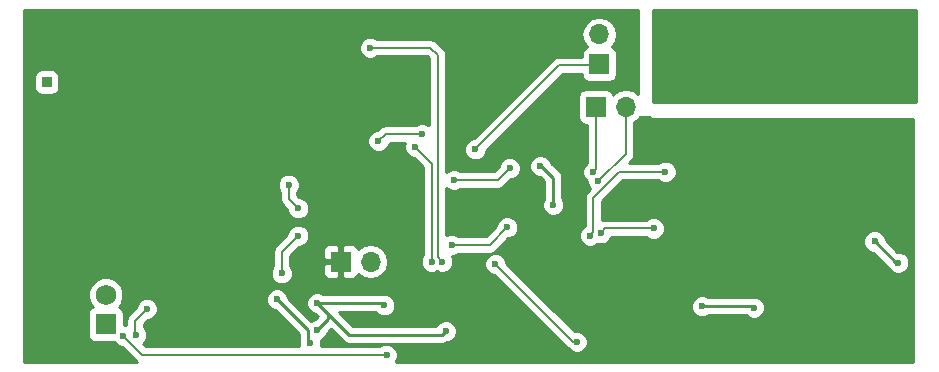
<source format=gbr>
G04 #@! TF.FileFunction,Copper,L2,Bot,Signal*
%FSLAX46Y46*%
G04 Gerber Fmt 4.6, Leading zero omitted, Abs format (unit mm)*
G04 Created by KiCad (PCBNEW 4.0.7) date 01/02/18 16:07:37*
%MOMM*%
%LPD*%
G01*
G04 APERTURE LIST*
%ADD10C,0.100000*%
%ADD11C,0.300000*%
%ADD12R,1.750000X1.750000*%
%ADD13C,1.750000*%
%ADD14R,1.700000X1.700000*%
%ADD15O,1.700000X1.700000*%
%ADD16R,0.850000X0.850000*%
%ADD17C,0.600000*%
%ADD18C,0.400000*%
%ADD19C,0.203200*%
%ADD20C,0.101600*%
%ADD21C,0.152400*%
%ADD22C,0.254000*%
G04 APERTURE END LIST*
D10*
D11*
X140142857Y-95778571D02*
X140142857Y-94278571D01*
X139428571Y-95778571D02*
X139428571Y-94278571D01*
X138928571Y-95350000D01*
X138428571Y-94278571D01*
X138428571Y-95778571D01*
X137714285Y-94278571D02*
X137714285Y-95492857D01*
X137642857Y-95635714D01*
X137571428Y-95707143D01*
X137428571Y-95778571D01*
X137142857Y-95778571D01*
X136999999Y-95707143D01*
X136928571Y-95635714D01*
X136857142Y-95492857D01*
X136857142Y-94278571D01*
D12*
X116300000Y-120200000D03*
D13*
X116300000Y-117700000D03*
D14*
X157800000Y-101800000D03*
D15*
X160340000Y-101800000D03*
D14*
X158100000Y-98200000D03*
D15*
X158100000Y-95660000D03*
D14*
X136200000Y-114900000D03*
D15*
X138740000Y-114900000D03*
D16*
X111300000Y-99700000D03*
D17*
X131200000Y-115900000D03*
X132600000Y-112700000D03*
X145600000Y-113500000D03*
X150300000Y-112000000D03*
D18*
X182500000Y-100000000D03*
X184000000Y-100000000D03*
X183250000Y-100000000D03*
X184250000Y-97250000D03*
X183250000Y-97250000D03*
X175500000Y-101250000D03*
X175500000Y-100250000D03*
X175500000Y-99250000D03*
X175500000Y-98250000D03*
X175500000Y-97500000D03*
X175500000Y-96750000D03*
X175500000Y-96000000D03*
X175500000Y-95250000D03*
X184000000Y-94000000D03*
X183000000Y-94000000D03*
X182000000Y-94000000D03*
X181000000Y-94000000D03*
X180000000Y-94000000D03*
X179000000Y-94000000D03*
X178000000Y-94000000D03*
X177000000Y-94000000D03*
X176000000Y-94000000D03*
X175000000Y-94000000D03*
X174000000Y-94000000D03*
X173000000Y-94000000D03*
X172000000Y-94000000D03*
X171000000Y-94000000D03*
X170000000Y-94000000D03*
X169000000Y-94000000D03*
X168000000Y-94000000D03*
X167000000Y-94000000D03*
X166000000Y-94000000D03*
X165000000Y-94000000D03*
X164000000Y-94000000D03*
D17*
X183400000Y-115000000D03*
X181400000Y-113200000D03*
X166800000Y-118700000D03*
X171200000Y-118800000D03*
X139900000Y-118600000D03*
X145100000Y-120800000D03*
X134200000Y-120700000D03*
X134200000Y-118400000D03*
X153100000Y-106800000D03*
X154200000Y-110100000D03*
X140100000Y-122800000D03*
X117800000Y-121200000D03*
X133600000Y-121800000D03*
X130800000Y-118100000D03*
D18*
X110500000Y-108400000D03*
X144500000Y-96100000D03*
D17*
X118700000Y-107800000D03*
X133500000Y-102600000D03*
X134100000Y-114500000D03*
X158700000Y-115200000D03*
X161100000Y-115800000D03*
X153200000Y-109700000D03*
X155600000Y-113300000D03*
X138400000Y-103100000D03*
X141600000Y-100900000D03*
X166400000Y-113300000D03*
X179800000Y-114100000D03*
X143100000Y-104100000D03*
X139400000Y-104700000D03*
X131800000Y-108400000D03*
X132600000Y-110400000D03*
X156200000Y-121700000D03*
X149300000Y-115100000D03*
X138700000Y-96800000D03*
X144800000Y-114900000D03*
X143900000Y-114900000D03*
X142500000Y-105200000D03*
X162700000Y-112100000D03*
X158200000Y-112500000D03*
X158000000Y-108100000D03*
X157600000Y-107300000D03*
X163700000Y-107300000D03*
X157300000Y-112700000D03*
X145800000Y-108000000D03*
X150500000Y-107000000D03*
X119800000Y-118900000D03*
X118900000Y-121100000D03*
X147600000Y-105400000D03*
D19*
X131200000Y-114100000D02*
X131200000Y-115900000D01*
X132600000Y-112700000D02*
X131200000Y-114100000D01*
X148800000Y-113500000D02*
X145600000Y-113500000D01*
X150300000Y-112000000D02*
X148800000Y-113500000D01*
D20*
X183250000Y-100000000D02*
X184000000Y-100000000D01*
X183250000Y-97250000D02*
X184250000Y-97250000D01*
X175500000Y-100250000D02*
X175500000Y-101250000D01*
X175500000Y-98250000D02*
X175500000Y-99250000D01*
X175500000Y-96750000D02*
X175500000Y-97500000D01*
X175500000Y-95250000D02*
X175500000Y-96000000D01*
X182000000Y-94000000D02*
X183000000Y-94000000D01*
X180000000Y-94000000D02*
X181000000Y-94000000D01*
X178000000Y-94000000D02*
X179000000Y-94000000D01*
X176000000Y-94000000D02*
X177000000Y-94000000D01*
X174000000Y-94000000D02*
X175000000Y-94000000D01*
X172000000Y-94000000D02*
X173000000Y-94000000D01*
X170000000Y-94000000D02*
X171000000Y-94000000D01*
X168000000Y-94000000D02*
X169000000Y-94000000D01*
X166000000Y-94000000D02*
X167000000Y-94000000D01*
X164000000Y-94000000D02*
X165000000Y-94000000D01*
D21*
X183200000Y-115000000D02*
X183400000Y-115000000D01*
D22*
X181400000Y-113200000D02*
X183200000Y-115000000D01*
X171100000Y-118700000D02*
X166800000Y-118700000D01*
X171200000Y-118800000D02*
X171100000Y-118700000D01*
X139700000Y-118400000D02*
X134200000Y-118400000D01*
X139900000Y-118600000D02*
X139700000Y-118400000D01*
X145100000Y-120800000D02*
X144800000Y-121100000D01*
X144800000Y-121100000D02*
X136900000Y-121100000D01*
X136900000Y-121100000D02*
X134200000Y-118400000D01*
D19*
X135100000Y-119300000D02*
X134200000Y-118400000D01*
D22*
X135100000Y-119800000D02*
X135100000Y-119300000D01*
X134200000Y-120700000D02*
X135100000Y-119800000D01*
D19*
X153200000Y-106800000D02*
X153100000Y-106800000D01*
D22*
X154200000Y-107800000D02*
X153200000Y-106800000D01*
X154200000Y-110100000D02*
X154200000Y-107800000D01*
D19*
X119400000Y-122800000D02*
X140100000Y-122800000D01*
X117800000Y-121200000D02*
X119400000Y-122800000D01*
X133400000Y-121600000D02*
X133600000Y-121800000D01*
D22*
X133400000Y-120700000D02*
X133400000Y-121600000D01*
X130800000Y-118100000D02*
X133400000Y-120700000D01*
X133500000Y-102600000D02*
X123800000Y-102600000D01*
X118700000Y-107700000D02*
X118700000Y-107800000D01*
X123800000Y-102600000D02*
X118700000Y-107700000D01*
X133500000Y-113900000D02*
X133500000Y-102600000D01*
X134100000Y-114500000D02*
X133500000Y-113900000D01*
D19*
X160500000Y-115200000D02*
X158700000Y-115200000D01*
X161100000Y-115800000D02*
X160500000Y-115200000D01*
X153200000Y-109700000D02*
X153200000Y-109700000D01*
D22*
X153200000Y-110900000D02*
X153200000Y-109700000D01*
X155600000Y-113300000D02*
X153200000Y-110900000D01*
D19*
X141600000Y-100900000D02*
X139400000Y-103100000D01*
X139400000Y-103100000D02*
X138400000Y-103100000D01*
X179000000Y-113300000D02*
X166400000Y-113300000D01*
X179800000Y-114100000D02*
X179000000Y-113300000D01*
X140000000Y-104100000D02*
X143100000Y-104100000D01*
X139400000Y-104700000D02*
X140000000Y-104100000D01*
X131800000Y-109600000D02*
X131800000Y-108400000D01*
X132600000Y-110400000D02*
X131800000Y-109600000D01*
X155900000Y-121700000D02*
X156200000Y-121700000D01*
X149300000Y-115100000D02*
X155900000Y-121700000D01*
X143800000Y-96800000D02*
X138700000Y-96800000D01*
X144400000Y-97400000D02*
X143800000Y-96800000D01*
X144400000Y-114500000D02*
X144400000Y-97400000D01*
X144800000Y-114900000D02*
X144400000Y-114500000D01*
X143900000Y-106600000D02*
X143900000Y-114900000D01*
X142500000Y-105200000D02*
X143900000Y-106600000D01*
X158600000Y-112100000D02*
X162700000Y-112100000D01*
D21*
X158200000Y-112500000D02*
X158600000Y-112100000D01*
D19*
X160340000Y-105760000D02*
X160340000Y-101800000D01*
X158000000Y-108100000D02*
X160340000Y-105760000D01*
X157800000Y-107100000D02*
X157800000Y-101800000D01*
X157600000Y-107300000D02*
X157800000Y-107100000D01*
X159800000Y-107300000D02*
X163700000Y-107300000D01*
X157600000Y-109500000D02*
X159800000Y-107300000D01*
X157600000Y-112400000D02*
X157600000Y-109500000D01*
D21*
X157300000Y-112700000D02*
X157600000Y-112400000D01*
D19*
X146224264Y-108000000D02*
X145800000Y-108000000D01*
X149500000Y-108000000D02*
X146224264Y-108000000D01*
X150500000Y-107000000D02*
X149500000Y-108000000D01*
X118800000Y-119900000D02*
X119800000Y-118900000D01*
X118800000Y-121000000D02*
X118800000Y-119900000D01*
X118900000Y-121100000D02*
X118800000Y-121000000D01*
X147600000Y-105400000D02*
X154700000Y-98300000D01*
X154700000Y-98300000D02*
X157900000Y-98300000D01*
D22*
G36*
X184873000Y-101373000D02*
X162627000Y-101373000D01*
X162627000Y-93627000D01*
X184873000Y-93627000D01*
X184873000Y-101373000D01*
X184873000Y-101373000D01*
G37*
X184873000Y-101373000D02*
X162627000Y-101373000D01*
X162627000Y-93627000D01*
X184873000Y-93627000D01*
X184873000Y-101373000D01*
G36*
X161373000Y-100709458D02*
X160908285Y-100398946D01*
X160340000Y-100285907D01*
X159771715Y-100398946D01*
X159289946Y-100720853D01*
X159262150Y-100762452D01*
X159253162Y-100714683D01*
X159114090Y-100498559D01*
X158901890Y-100353569D01*
X158650000Y-100302560D01*
X156950000Y-100302560D01*
X156714683Y-100346838D01*
X156498559Y-100485910D01*
X156353569Y-100698110D01*
X156302560Y-100950000D01*
X156302560Y-102650000D01*
X156346838Y-102885317D01*
X156485910Y-103101441D01*
X156698110Y-103246431D01*
X156950000Y-103297440D01*
X157063400Y-103297440D01*
X157063400Y-106514527D01*
X156807808Y-106769673D01*
X156665162Y-107113201D01*
X156664838Y-107485167D01*
X156806883Y-107828943D01*
X157065010Y-108087521D01*
X157064838Y-108285167D01*
X157206883Y-108628943D01*
X157318018Y-108740272D01*
X157079145Y-108979145D01*
X156919470Y-109218115D01*
X156863400Y-109500000D01*
X156863400Y-111868728D01*
X156771057Y-111906883D01*
X156507808Y-112169673D01*
X156365162Y-112513201D01*
X156364838Y-112885167D01*
X156506883Y-113228943D01*
X156769673Y-113492192D01*
X157113201Y-113634838D01*
X157485167Y-113635162D01*
X157828943Y-113493117D01*
X157924302Y-113397924D01*
X158013201Y-113434838D01*
X158385167Y-113435162D01*
X158506164Y-113385167D01*
X180464838Y-113385167D01*
X180606883Y-113728943D01*
X180869673Y-113992192D01*
X181213201Y-114134838D01*
X181257246Y-114134876D01*
X182575599Y-115453230D01*
X182606883Y-115528943D01*
X182869673Y-115792192D01*
X183213201Y-115934838D01*
X183585167Y-115935162D01*
X183928943Y-115793117D01*
X184192192Y-115530327D01*
X184334838Y-115186799D01*
X184335162Y-114814833D01*
X184193117Y-114471057D01*
X183930327Y-114207808D01*
X183586799Y-114065162D01*
X183342580Y-114064949D01*
X182335125Y-113057495D01*
X182335162Y-113014833D01*
X182193117Y-112671057D01*
X181930327Y-112407808D01*
X181586799Y-112265162D01*
X181214833Y-112264838D01*
X180871057Y-112406883D01*
X180607808Y-112669673D01*
X180465162Y-113013201D01*
X180464838Y-113385167D01*
X158506164Y-113385167D01*
X158728943Y-113293117D01*
X158992192Y-113030327D01*
X159072635Y-112836600D01*
X162114178Y-112836600D01*
X162169673Y-112892192D01*
X162513201Y-113034838D01*
X162885167Y-113035162D01*
X163228943Y-112893117D01*
X163492192Y-112630327D01*
X163634838Y-112286799D01*
X163635162Y-111914833D01*
X163493117Y-111571057D01*
X163230327Y-111307808D01*
X162886799Y-111165162D01*
X162514833Y-111164838D01*
X162171057Y-111306883D01*
X162114441Y-111363400D01*
X158600000Y-111363400D01*
X158336600Y-111415793D01*
X158336600Y-109805110D01*
X160105110Y-108036600D01*
X163114178Y-108036600D01*
X163169673Y-108092192D01*
X163513201Y-108234838D01*
X163885167Y-108235162D01*
X164228943Y-108093117D01*
X164492192Y-107830327D01*
X164634838Y-107486799D01*
X164635162Y-107114833D01*
X164493117Y-106771057D01*
X164230327Y-106507808D01*
X163886799Y-106365162D01*
X163514833Y-106364838D01*
X163171057Y-106506883D01*
X163114441Y-106563400D01*
X160578310Y-106563400D01*
X160860855Y-106280855D01*
X160873998Y-106261185D01*
X161020530Y-106041885D01*
X161076600Y-105760000D01*
X161076600Y-103088590D01*
X161390054Y-102879147D01*
X161558533Y-102627000D01*
X162373000Y-102627000D01*
X162373000Y-102700000D01*
X162383006Y-102749410D01*
X162411447Y-102791035D01*
X162453841Y-102818315D01*
X162500000Y-102827000D01*
X184673000Y-102827000D01*
X184673000Y-123373000D01*
X140849444Y-123373000D01*
X140892192Y-123330327D01*
X141034838Y-122986799D01*
X141035162Y-122614833D01*
X140893117Y-122271057D01*
X140630327Y-122007808D01*
X140286799Y-121865162D01*
X139914833Y-121864838D01*
X139571057Y-122006883D01*
X139514441Y-122063400D01*
X134503030Y-122063400D01*
X134534838Y-121986799D01*
X134535162Y-121614833D01*
X134520463Y-121579259D01*
X134728943Y-121493117D01*
X134992192Y-121230327D01*
X135134838Y-120886799D01*
X135134876Y-120842754D01*
X135350000Y-120627631D01*
X136361185Y-121638816D01*
X136498142Y-121730327D01*
X136608395Y-121803996D01*
X136900000Y-121862000D01*
X144800000Y-121862000D01*
X145091605Y-121803996D01*
X145194740Y-121735083D01*
X145285167Y-121735162D01*
X145628943Y-121593117D01*
X145892192Y-121330327D01*
X146034838Y-120986799D01*
X146035162Y-120614833D01*
X145893117Y-120271057D01*
X145630327Y-120007808D01*
X145286799Y-119865162D01*
X144914833Y-119864838D01*
X144571057Y-120006883D01*
X144307808Y-120269673D01*
X144279436Y-120338000D01*
X137215631Y-120338000D01*
X136039630Y-119162000D01*
X139139882Y-119162000D01*
X139369673Y-119392192D01*
X139713201Y-119534838D01*
X140085167Y-119535162D01*
X140428943Y-119393117D01*
X140692192Y-119130327D01*
X140834838Y-118786799D01*
X140835162Y-118414833D01*
X140693117Y-118071057D01*
X140430327Y-117807808D01*
X140086799Y-117665162D01*
X139835452Y-117664943D01*
X139700000Y-117638000D01*
X134760466Y-117638000D01*
X134730327Y-117607808D01*
X134386799Y-117465162D01*
X134014833Y-117464838D01*
X133671057Y-117606883D01*
X133407808Y-117869673D01*
X133265162Y-118213201D01*
X133264838Y-118585167D01*
X133406883Y-118928943D01*
X133669673Y-119192192D01*
X134013201Y-119334838D01*
X134057246Y-119334876D01*
X134272370Y-119550000D01*
X134057494Y-119764875D01*
X134014833Y-119764838D01*
X133680579Y-119902948D01*
X131735125Y-117957495D01*
X131735162Y-117914833D01*
X131593117Y-117571057D01*
X131330327Y-117307808D01*
X130986799Y-117165162D01*
X130614833Y-117164838D01*
X130271057Y-117306883D01*
X130007808Y-117569673D01*
X129865162Y-117913201D01*
X129864838Y-118285167D01*
X130006883Y-118628943D01*
X130269673Y-118892192D01*
X130613201Y-119034838D01*
X130657246Y-119034876D01*
X132638000Y-121015631D01*
X132638000Y-121600000D01*
X132665055Y-121736014D01*
X132664838Y-121985167D01*
X132697163Y-122063400D01*
X119705110Y-122063400D01*
X119481931Y-121840221D01*
X119692192Y-121630327D01*
X119834838Y-121286799D01*
X119835162Y-120914833D01*
X119693117Y-120571057D01*
X119536600Y-120414267D01*
X119536600Y-120205110D01*
X119906616Y-119835094D01*
X119985167Y-119835162D01*
X120328943Y-119693117D01*
X120592192Y-119430327D01*
X120734838Y-119086799D01*
X120735162Y-118714833D01*
X120593117Y-118371057D01*
X120330327Y-118107808D01*
X119986799Y-117965162D01*
X119614833Y-117964838D01*
X119271057Y-118106883D01*
X119007808Y-118369673D01*
X118865162Y-118713201D01*
X118865092Y-118793198D01*
X118279145Y-119379145D01*
X118119470Y-119618115D01*
X118063400Y-119900000D01*
X118063400Y-120296970D01*
X117986799Y-120265162D01*
X117822440Y-120265019D01*
X117822440Y-119325000D01*
X117778162Y-119089683D01*
X117639090Y-118873559D01*
X117426890Y-118728569D01*
X117410324Y-118725214D01*
X117579370Y-118556463D01*
X117809738Y-118001675D01*
X117810262Y-117400960D01*
X117580862Y-116845771D01*
X117156463Y-116420630D01*
X116601675Y-116190262D01*
X116000960Y-116189738D01*
X115445771Y-116419138D01*
X115020630Y-116843537D01*
X114790262Y-117398325D01*
X114789738Y-117999040D01*
X115019138Y-118554229D01*
X115187717Y-118723103D01*
X114973559Y-118860910D01*
X114828569Y-119073110D01*
X114777560Y-119325000D01*
X114777560Y-121075000D01*
X114821838Y-121310317D01*
X114960910Y-121526441D01*
X115173110Y-121671431D01*
X115425000Y-121722440D01*
X117004196Y-121722440D01*
X117006883Y-121728943D01*
X117269673Y-121992192D01*
X117613201Y-122134838D01*
X117693198Y-122134908D01*
X118879145Y-123320855D01*
X118957185Y-123373000D01*
X109377000Y-123373000D01*
X109377000Y-116085167D01*
X130264838Y-116085167D01*
X130406883Y-116428943D01*
X130669673Y-116692192D01*
X131013201Y-116834838D01*
X131385167Y-116835162D01*
X131728943Y-116693117D01*
X131992192Y-116430327D01*
X132134838Y-116086799D01*
X132135162Y-115714833D01*
X131993117Y-115371057D01*
X131936600Y-115314441D01*
X131936600Y-115185750D01*
X134715000Y-115185750D01*
X134715000Y-115876309D01*
X134811673Y-116109698D01*
X134990301Y-116288327D01*
X135223690Y-116385000D01*
X135914250Y-116385000D01*
X136073000Y-116226250D01*
X136073000Y-115027000D01*
X134873750Y-115027000D01*
X134715000Y-115185750D01*
X131936600Y-115185750D01*
X131936600Y-114405110D01*
X132418019Y-113923691D01*
X134715000Y-113923691D01*
X134715000Y-114614250D01*
X134873750Y-114773000D01*
X136073000Y-114773000D01*
X136073000Y-113573750D01*
X136327000Y-113573750D01*
X136327000Y-114773000D01*
X136347000Y-114773000D01*
X136347000Y-115027000D01*
X136327000Y-115027000D01*
X136327000Y-116226250D01*
X136485750Y-116385000D01*
X137176310Y-116385000D01*
X137409699Y-116288327D01*
X137588327Y-116109698D01*
X137660597Y-115935223D01*
X137689946Y-115979147D01*
X138171715Y-116301054D01*
X138740000Y-116414093D01*
X139308285Y-116301054D01*
X139790054Y-115979147D01*
X140111961Y-115497378D01*
X140225000Y-114929093D01*
X140225000Y-114870907D01*
X140111961Y-114302622D01*
X139790054Y-113820853D01*
X139308285Y-113498946D01*
X138740000Y-113385907D01*
X138171715Y-113498946D01*
X137689946Y-113820853D01*
X137660597Y-113864777D01*
X137588327Y-113690302D01*
X137409699Y-113511673D01*
X137176310Y-113415000D01*
X136485750Y-113415000D01*
X136327000Y-113573750D01*
X136073000Y-113573750D01*
X135914250Y-113415000D01*
X135223690Y-113415000D01*
X134990301Y-113511673D01*
X134811673Y-113690302D01*
X134715000Y-113923691D01*
X132418019Y-113923691D01*
X132706616Y-113635094D01*
X132785167Y-113635162D01*
X133128943Y-113493117D01*
X133392192Y-113230327D01*
X133534838Y-112886799D01*
X133535162Y-112514833D01*
X133393117Y-112171057D01*
X133130327Y-111907808D01*
X132786799Y-111765162D01*
X132414833Y-111764838D01*
X132071057Y-111906883D01*
X131807808Y-112169673D01*
X131665162Y-112513201D01*
X131665092Y-112593198D01*
X130679145Y-113579145D01*
X130519470Y-113818115D01*
X130463400Y-114100000D01*
X130463400Y-115314178D01*
X130407808Y-115369673D01*
X130265162Y-115713201D01*
X130264838Y-116085167D01*
X109377000Y-116085167D01*
X109377000Y-108585167D01*
X130864838Y-108585167D01*
X131006883Y-108928943D01*
X131063400Y-108985559D01*
X131063400Y-109600000D01*
X131119470Y-109881885D01*
X131279145Y-110120855D01*
X131664906Y-110506616D01*
X131664838Y-110585167D01*
X131806883Y-110928943D01*
X132069673Y-111192192D01*
X132413201Y-111334838D01*
X132785167Y-111335162D01*
X133128943Y-111193117D01*
X133392192Y-110930327D01*
X133534838Y-110586799D01*
X133535162Y-110214833D01*
X133393117Y-109871057D01*
X133130327Y-109607808D01*
X132786799Y-109465162D01*
X132706802Y-109465092D01*
X132536600Y-109294890D01*
X132536600Y-108985822D01*
X132592192Y-108930327D01*
X132734838Y-108586799D01*
X132735162Y-108214833D01*
X132593117Y-107871057D01*
X132330327Y-107607808D01*
X131986799Y-107465162D01*
X131614833Y-107464838D01*
X131271057Y-107606883D01*
X131007808Y-107869673D01*
X130865162Y-108213201D01*
X130864838Y-108585167D01*
X109377000Y-108585167D01*
X109377000Y-99275000D01*
X110227560Y-99275000D01*
X110227560Y-100125000D01*
X110271838Y-100360317D01*
X110410910Y-100576441D01*
X110623110Y-100721431D01*
X110875000Y-100772440D01*
X111725000Y-100772440D01*
X111960317Y-100728162D01*
X112176441Y-100589090D01*
X112321431Y-100376890D01*
X112372440Y-100125000D01*
X112372440Y-99275000D01*
X112328162Y-99039683D01*
X112189090Y-98823559D01*
X111976890Y-98678569D01*
X111725000Y-98627560D01*
X110875000Y-98627560D01*
X110639683Y-98671838D01*
X110423559Y-98810910D01*
X110278569Y-99023110D01*
X110227560Y-99275000D01*
X109377000Y-99275000D01*
X109377000Y-96985167D01*
X137764838Y-96985167D01*
X137906883Y-97328943D01*
X138169673Y-97592192D01*
X138513201Y-97734838D01*
X138885167Y-97735162D01*
X139228943Y-97593117D01*
X139285559Y-97536600D01*
X143494890Y-97536600D01*
X143663400Y-97705110D01*
X143663400Y-103340939D01*
X143630327Y-103307808D01*
X143286799Y-103165162D01*
X142914833Y-103164838D01*
X142571057Y-103306883D01*
X142514441Y-103363400D01*
X140000000Y-103363400D01*
X139718115Y-103419470D01*
X139479145Y-103579145D01*
X139293384Y-103764906D01*
X139214833Y-103764838D01*
X138871057Y-103906883D01*
X138607808Y-104169673D01*
X138465162Y-104513201D01*
X138464838Y-104885167D01*
X138606883Y-105228943D01*
X138869673Y-105492192D01*
X139213201Y-105634838D01*
X139585167Y-105635162D01*
X139928943Y-105493117D01*
X140192192Y-105230327D01*
X140334838Y-104886799D01*
X140334882Y-104836600D01*
X141638494Y-104836600D01*
X141565162Y-105013201D01*
X141564838Y-105385167D01*
X141706883Y-105728943D01*
X141969673Y-105992192D01*
X142313201Y-106134838D01*
X142393198Y-106134908D01*
X143163400Y-106905110D01*
X143163400Y-114314178D01*
X143107808Y-114369673D01*
X142965162Y-114713201D01*
X142964838Y-115085167D01*
X143106883Y-115428943D01*
X143369673Y-115692192D01*
X143713201Y-115834838D01*
X144085167Y-115835162D01*
X144350228Y-115725641D01*
X144613201Y-115834838D01*
X144985167Y-115835162D01*
X145328943Y-115693117D01*
X145592192Y-115430327D01*
X145734838Y-115086799D01*
X145735162Y-114714833D01*
X145619545Y-114435018D01*
X145785167Y-114435162D01*
X146128943Y-114293117D01*
X146185559Y-114236600D01*
X148800000Y-114236600D01*
X149072186Y-114182459D01*
X148771057Y-114306883D01*
X148507808Y-114569673D01*
X148365162Y-114913201D01*
X148364838Y-115285167D01*
X148506883Y-115628943D01*
X148769673Y-115892192D01*
X149113201Y-116034838D01*
X149193198Y-116034908D01*
X155379145Y-122220855D01*
X155438199Y-122260314D01*
X155669673Y-122492192D01*
X156013201Y-122634838D01*
X156385167Y-122635162D01*
X156728943Y-122493117D01*
X156992192Y-122230327D01*
X157134838Y-121886799D01*
X157135162Y-121514833D01*
X156993117Y-121171057D01*
X156730327Y-120907808D01*
X156386799Y-120765162D01*
X156014833Y-120764838D01*
X156008970Y-120767260D01*
X154126877Y-118885167D01*
X165864838Y-118885167D01*
X166006883Y-119228943D01*
X166269673Y-119492192D01*
X166613201Y-119634838D01*
X166985167Y-119635162D01*
X167328943Y-119493117D01*
X167360114Y-119462000D01*
X170539708Y-119462000D01*
X170669673Y-119592192D01*
X171013201Y-119734838D01*
X171385167Y-119735162D01*
X171728943Y-119593117D01*
X171992192Y-119330327D01*
X172134838Y-118986799D01*
X172135162Y-118614833D01*
X171993117Y-118271057D01*
X171730327Y-118007808D01*
X171386799Y-117865162D01*
X171014833Y-117864838D01*
X170837767Y-117938000D01*
X167360466Y-117938000D01*
X167330327Y-117907808D01*
X166986799Y-117765162D01*
X166614833Y-117764838D01*
X166271057Y-117906883D01*
X166007808Y-118169673D01*
X165865162Y-118513201D01*
X165864838Y-118885167D01*
X154126877Y-118885167D01*
X150235094Y-114993384D01*
X150235162Y-114914833D01*
X150093117Y-114571057D01*
X149830327Y-114307808D01*
X149486799Y-114165162D01*
X149114833Y-114164838D01*
X149090035Y-114175084D01*
X149320855Y-114020855D01*
X150406616Y-112935094D01*
X150485167Y-112935162D01*
X150828943Y-112793117D01*
X151092192Y-112530327D01*
X151234838Y-112186799D01*
X151235162Y-111814833D01*
X151093117Y-111471057D01*
X150830327Y-111207808D01*
X150486799Y-111065162D01*
X150114833Y-111064838D01*
X149771057Y-111206883D01*
X149507808Y-111469673D01*
X149365162Y-111813201D01*
X149365092Y-111893198D01*
X148494890Y-112763400D01*
X146185822Y-112763400D01*
X146130327Y-112707808D01*
X145786799Y-112565162D01*
X145414833Y-112564838D01*
X145136600Y-112679801D01*
X145136600Y-108658887D01*
X145269673Y-108792192D01*
X145613201Y-108934838D01*
X145985167Y-108935162D01*
X146328943Y-108793117D01*
X146385559Y-108736600D01*
X149500000Y-108736600D01*
X149781885Y-108680530D01*
X150020855Y-108520855D01*
X150606616Y-107935094D01*
X150685167Y-107935162D01*
X151028943Y-107793117D01*
X151292192Y-107530327D01*
X151434838Y-107186799D01*
X151435013Y-106985167D01*
X152164838Y-106985167D01*
X152306883Y-107328943D01*
X152569673Y-107592192D01*
X152913201Y-107734838D01*
X153057333Y-107734964D01*
X153438000Y-108115631D01*
X153438000Y-109539534D01*
X153407808Y-109569673D01*
X153265162Y-109913201D01*
X153264838Y-110285167D01*
X153406883Y-110628943D01*
X153669673Y-110892192D01*
X154013201Y-111034838D01*
X154385167Y-111035162D01*
X154728943Y-110893117D01*
X154992192Y-110630327D01*
X155134838Y-110286799D01*
X155135162Y-109914833D01*
X154993117Y-109571057D01*
X154962000Y-109539886D01*
X154962000Y-107800000D01*
X154949103Y-107735162D01*
X154903997Y-107508396D01*
X154738816Y-107261185D01*
X153994814Y-106517184D01*
X153893117Y-106271057D01*
X153630327Y-106007808D01*
X153286799Y-105865162D01*
X152914833Y-105864838D01*
X152571057Y-106006883D01*
X152307808Y-106269673D01*
X152165162Y-106613201D01*
X152164838Y-106985167D01*
X151435013Y-106985167D01*
X151435162Y-106814833D01*
X151293117Y-106471057D01*
X151030327Y-106207808D01*
X150686799Y-106065162D01*
X150314833Y-106064838D01*
X149971057Y-106206883D01*
X149707808Y-106469673D01*
X149565162Y-106813201D01*
X149565092Y-106893198D01*
X149194890Y-107263400D01*
X146385822Y-107263400D01*
X146330327Y-107207808D01*
X145986799Y-107065162D01*
X145614833Y-107064838D01*
X145271057Y-107206883D01*
X145136600Y-107341106D01*
X145136600Y-105585167D01*
X146664838Y-105585167D01*
X146806883Y-105928943D01*
X147069673Y-106192192D01*
X147413201Y-106334838D01*
X147785167Y-106335162D01*
X148128943Y-106193117D01*
X148392192Y-105930327D01*
X148534838Y-105586799D01*
X148534908Y-105506802D01*
X155005110Y-99036600D01*
X156602560Y-99036600D01*
X156602560Y-99050000D01*
X156646838Y-99285317D01*
X156785910Y-99501441D01*
X156998110Y-99646431D01*
X157250000Y-99697440D01*
X158950000Y-99697440D01*
X159185317Y-99653162D01*
X159401441Y-99514090D01*
X159546431Y-99301890D01*
X159597440Y-99050000D01*
X159597440Y-97350000D01*
X159553162Y-97114683D01*
X159414090Y-96898559D01*
X159201890Y-96753569D01*
X159134459Y-96739914D01*
X159179147Y-96710054D01*
X159501054Y-96228285D01*
X159614093Y-95660000D01*
X159501054Y-95091715D01*
X159179147Y-94609946D01*
X158697378Y-94288039D01*
X158129093Y-94175000D01*
X158070907Y-94175000D01*
X157502622Y-94288039D01*
X157020853Y-94609946D01*
X156698946Y-95091715D01*
X156585907Y-95660000D01*
X156698946Y-96228285D01*
X157020853Y-96710054D01*
X157062452Y-96737850D01*
X157014683Y-96746838D01*
X156798559Y-96885910D01*
X156653569Y-97098110D01*
X156602560Y-97350000D01*
X156602560Y-97563400D01*
X154700000Y-97563400D01*
X154418115Y-97619470D01*
X154179145Y-97779145D01*
X147493384Y-104464906D01*
X147414833Y-104464838D01*
X147071057Y-104606883D01*
X146807808Y-104869673D01*
X146665162Y-105213201D01*
X146664838Y-105585167D01*
X145136600Y-105585167D01*
X145136600Y-97400000D01*
X145080530Y-97118115D01*
X144920855Y-96879145D01*
X144320855Y-96279145D01*
X144081885Y-96119470D01*
X143800000Y-96063400D01*
X139285822Y-96063400D01*
X139230327Y-96007808D01*
X138886799Y-95865162D01*
X138514833Y-95864838D01*
X138171057Y-96006883D01*
X137907808Y-96269673D01*
X137765162Y-96613201D01*
X137764838Y-96985167D01*
X109377000Y-96985167D01*
X109377000Y-93627000D01*
X161373000Y-93627000D01*
X161373000Y-100709458D01*
X161373000Y-100709458D01*
G37*
X161373000Y-100709458D02*
X160908285Y-100398946D01*
X160340000Y-100285907D01*
X159771715Y-100398946D01*
X159289946Y-100720853D01*
X159262150Y-100762452D01*
X159253162Y-100714683D01*
X159114090Y-100498559D01*
X158901890Y-100353569D01*
X158650000Y-100302560D01*
X156950000Y-100302560D01*
X156714683Y-100346838D01*
X156498559Y-100485910D01*
X156353569Y-100698110D01*
X156302560Y-100950000D01*
X156302560Y-102650000D01*
X156346838Y-102885317D01*
X156485910Y-103101441D01*
X156698110Y-103246431D01*
X156950000Y-103297440D01*
X157063400Y-103297440D01*
X157063400Y-106514527D01*
X156807808Y-106769673D01*
X156665162Y-107113201D01*
X156664838Y-107485167D01*
X156806883Y-107828943D01*
X157065010Y-108087521D01*
X157064838Y-108285167D01*
X157206883Y-108628943D01*
X157318018Y-108740272D01*
X157079145Y-108979145D01*
X156919470Y-109218115D01*
X156863400Y-109500000D01*
X156863400Y-111868728D01*
X156771057Y-111906883D01*
X156507808Y-112169673D01*
X156365162Y-112513201D01*
X156364838Y-112885167D01*
X156506883Y-113228943D01*
X156769673Y-113492192D01*
X157113201Y-113634838D01*
X157485167Y-113635162D01*
X157828943Y-113493117D01*
X157924302Y-113397924D01*
X158013201Y-113434838D01*
X158385167Y-113435162D01*
X158506164Y-113385167D01*
X180464838Y-113385167D01*
X180606883Y-113728943D01*
X180869673Y-113992192D01*
X181213201Y-114134838D01*
X181257246Y-114134876D01*
X182575599Y-115453230D01*
X182606883Y-115528943D01*
X182869673Y-115792192D01*
X183213201Y-115934838D01*
X183585167Y-115935162D01*
X183928943Y-115793117D01*
X184192192Y-115530327D01*
X184334838Y-115186799D01*
X184335162Y-114814833D01*
X184193117Y-114471057D01*
X183930327Y-114207808D01*
X183586799Y-114065162D01*
X183342580Y-114064949D01*
X182335125Y-113057495D01*
X182335162Y-113014833D01*
X182193117Y-112671057D01*
X181930327Y-112407808D01*
X181586799Y-112265162D01*
X181214833Y-112264838D01*
X180871057Y-112406883D01*
X180607808Y-112669673D01*
X180465162Y-113013201D01*
X180464838Y-113385167D01*
X158506164Y-113385167D01*
X158728943Y-113293117D01*
X158992192Y-113030327D01*
X159072635Y-112836600D01*
X162114178Y-112836600D01*
X162169673Y-112892192D01*
X162513201Y-113034838D01*
X162885167Y-113035162D01*
X163228943Y-112893117D01*
X163492192Y-112630327D01*
X163634838Y-112286799D01*
X163635162Y-111914833D01*
X163493117Y-111571057D01*
X163230327Y-111307808D01*
X162886799Y-111165162D01*
X162514833Y-111164838D01*
X162171057Y-111306883D01*
X162114441Y-111363400D01*
X158600000Y-111363400D01*
X158336600Y-111415793D01*
X158336600Y-109805110D01*
X160105110Y-108036600D01*
X163114178Y-108036600D01*
X163169673Y-108092192D01*
X163513201Y-108234838D01*
X163885167Y-108235162D01*
X164228943Y-108093117D01*
X164492192Y-107830327D01*
X164634838Y-107486799D01*
X164635162Y-107114833D01*
X164493117Y-106771057D01*
X164230327Y-106507808D01*
X163886799Y-106365162D01*
X163514833Y-106364838D01*
X163171057Y-106506883D01*
X163114441Y-106563400D01*
X160578310Y-106563400D01*
X160860855Y-106280855D01*
X160873998Y-106261185D01*
X161020530Y-106041885D01*
X161076600Y-105760000D01*
X161076600Y-103088590D01*
X161390054Y-102879147D01*
X161558533Y-102627000D01*
X162373000Y-102627000D01*
X162373000Y-102700000D01*
X162383006Y-102749410D01*
X162411447Y-102791035D01*
X162453841Y-102818315D01*
X162500000Y-102827000D01*
X184673000Y-102827000D01*
X184673000Y-123373000D01*
X140849444Y-123373000D01*
X140892192Y-123330327D01*
X141034838Y-122986799D01*
X141035162Y-122614833D01*
X140893117Y-122271057D01*
X140630327Y-122007808D01*
X140286799Y-121865162D01*
X139914833Y-121864838D01*
X139571057Y-122006883D01*
X139514441Y-122063400D01*
X134503030Y-122063400D01*
X134534838Y-121986799D01*
X134535162Y-121614833D01*
X134520463Y-121579259D01*
X134728943Y-121493117D01*
X134992192Y-121230327D01*
X135134838Y-120886799D01*
X135134876Y-120842754D01*
X135350000Y-120627631D01*
X136361185Y-121638816D01*
X136498142Y-121730327D01*
X136608395Y-121803996D01*
X136900000Y-121862000D01*
X144800000Y-121862000D01*
X145091605Y-121803996D01*
X145194740Y-121735083D01*
X145285167Y-121735162D01*
X145628943Y-121593117D01*
X145892192Y-121330327D01*
X146034838Y-120986799D01*
X146035162Y-120614833D01*
X145893117Y-120271057D01*
X145630327Y-120007808D01*
X145286799Y-119865162D01*
X144914833Y-119864838D01*
X144571057Y-120006883D01*
X144307808Y-120269673D01*
X144279436Y-120338000D01*
X137215631Y-120338000D01*
X136039630Y-119162000D01*
X139139882Y-119162000D01*
X139369673Y-119392192D01*
X139713201Y-119534838D01*
X140085167Y-119535162D01*
X140428943Y-119393117D01*
X140692192Y-119130327D01*
X140834838Y-118786799D01*
X140835162Y-118414833D01*
X140693117Y-118071057D01*
X140430327Y-117807808D01*
X140086799Y-117665162D01*
X139835452Y-117664943D01*
X139700000Y-117638000D01*
X134760466Y-117638000D01*
X134730327Y-117607808D01*
X134386799Y-117465162D01*
X134014833Y-117464838D01*
X133671057Y-117606883D01*
X133407808Y-117869673D01*
X133265162Y-118213201D01*
X133264838Y-118585167D01*
X133406883Y-118928943D01*
X133669673Y-119192192D01*
X134013201Y-119334838D01*
X134057246Y-119334876D01*
X134272370Y-119550000D01*
X134057494Y-119764875D01*
X134014833Y-119764838D01*
X133680579Y-119902948D01*
X131735125Y-117957495D01*
X131735162Y-117914833D01*
X131593117Y-117571057D01*
X131330327Y-117307808D01*
X130986799Y-117165162D01*
X130614833Y-117164838D01*
X130271057Y-117306883D01*
X130007808Y-117569673D01*
X129865162Y-117913201D01*
X129864838Y-118285167D01*
X130006883Y-118628943D01*
X130269673Y-118892192D01*
X130613201Y-119034838D01*
X130657246Y-119034876D01*
X132638000Y-121015631D01*
X132638000Y-121600000D01*
X132665055Y-121736014D01*
X132664838Y-121985167D01*
X132697163Y-122063400D01*
X119705110Y-122063400D01*
X119481931Y-121840221D01*
X119692192Y-121630327D01*
X119834838Y-121286799D01*
X119835162Y-120914833D01*
X119693117Y-120571057D01*
X119536600Y-120414267D01*
X119536600Y-120205110D01*
X119906616Y-119835094D01*
X119985167Y-119835162D01*
X120328943Y-119693117D01*
X120592192Y-119430327D01*
X120734838Y-119086799D01*
X120735162Y-118714833D01*
X120593117Y-118371057D01*
X120330327Y-118107808D01*
X119986799Y-117965162D01*
X119614833Y-117964838D01*
X119271057Y-118106883D01*
X119007808Y-118369673D01*
X118865162Y-118713201D01*
X118865092Y-118793198D01*
X118279145Y-119379145D01*
X118119470Y-119618115D01*
X118063400Y-119900000D01*
X118063400Y-120296970D01*
X117986799Y-120265162D01*
X117822440Y-120265019D01*
X117822440Y-119325000D01*
X117778162Y-119089683D01*
X117639090Y-118873559D01*
X117426890Y-118728569D01*
X117410324Y-118725214D01*
X117579370Y-118556463D01*
X117809738Y-118001675D01*
X117810262Y-117400960D01*
X117580862Y-116845771D01*
X117156463Y-116420630D01*
X116601675Y-116190262D01*
X116000960Y-116189738D01*
X115445771Y-116419138D01*
X115020630Y-116843537D01*
X114790262Y-117398325D01*
X114789738Y-117999040D01*
X115019138Y-118554229D01*
X115187717Y-118723103D01*
X114973559Y-118860910D01*
X114828569Y-119073110D01*
X114777560Y-119325000D01*
X114777560Y-121075000D01*
X114821838Y-121310317D01*
X114960910Y-121526441D01*
X115173110Y-121671431D01*
X115425000Y-121722440D01*
X117004196Y-121722440D01*
X117006883Y-121728943D01*
X117269673Y-121992192D01*
X117613201Y-122134838D01*
X117693198Y-122134908D01*
X118879145Y-123320855D01*
X118957185Y-123373000D01*
X109377000Y-123373000D01*
X109377000Y-116085167D01*
X130264838Y-116085167D01*
X130406883Y-116428943D01*
X130669673Y-116692192D01*
X131013201Y-116834838D01*
X131385167Y-116835162D01*
X131728943Y-116693117D01*
X131992192Y-116430327D01*
X132134838Y-116086799D01*
X132135162Y-115714833D01*
X131993117Y-115371057D01*
X131936600Y-115314441D01*
X131936600Y-115185750D01*
X134715000Y-115185750D01*
X134715000Y-115876309D01*
X134811673Y-116109698D01*
X134990301Y-116288327D01*
X135223690Y-116385000D01*
X135914250Y-116385000D01*
X136073000Y-116226250D01*
X136073000Y-115027000D01*
X134873750Y-115027000D01*
X134715000Y-115185750D01*
X131936600Y-115185750D01*
X131936600Y-114405110D01*
X132418019Y-113923691D01*
X134715000Y-113923691D01*
X134715000Y-114614250D01*
X134873750Y-114773000D01*
X136073000Y-114773000D01*
X136073000Y-113573750D01*
X136327000Y-113573750D01*
X136327000Y-114773000D01*
X136347000Y-114773000D01*
X136347000Y-115027000D01*
X136327000Y-115027000D01*
X136327000Y-116226250D01*
X136485750Y-116385000D01*
X137176310Y-116385000D01*
X137409699Y-116288327D01*
X137588327Y-116109698D01*
X137660597Y-115935223D01*
X137689946Y-115979147D01*
X138171715Y-116301054D01*
X138740000Y-116414093D01*
X139308285Y-116301054D01*
X139790054Y-115979147D01*
X140111961Y-115497378D01*
X140225000Y-114929093D01*
X140225000Y-114870907D01*
X140111961Y-114302622D01*
X139790054Y-113820853D01*
X139308285Y-113498946D01*
X138740000Y-113385907D01*
X138171715Y-113498946D01*
X137689946Y-113820853D01*
X137660597Y-113864777D01*
X137588327Y-113690302D01*
X137409699Y-113511673D01*
X137176310Y-113415000D01*
X136485750Y-113415000D01*
X136327000Y-113573750D01*
X136073000Y-113573750D01*
X135914250Y-113415000D01*
X135223690Y-113415000D01*
X134990301Y-113511673D01*
X134811673Y-113690302D01*
X134715000Y-113923691D01*
X132418019Y-113923691D01*
X132706616Y-113635094D01*
X132785167Y-113635162D01*
X133128943Y-113493117D01*
X133392192Y-113230327D01*
X133534838Y-112886799D01*
X133535162Y-112514833D01*
X133393117Y-112171057D01*
X133130327Y-111907808D01*
X132786799Y-111765162D01*
X132414833Y-111764838D01*
X132071057Y-111906883D01*
X131807808Y-112169673D01*
X131665162Y-112513201D01*
X131665092Y-112593198D01*
X130679145Y-113579145D01*
X130519470Y-113818115D01*
X130463400Y-114100000D01*
X130463400Y-115314178D01*
X130407808Y-115369673D01*
X130265162Y-115713201D01*
X130264838Y-116085167D01*
X109377000Y-116085167D01*
X109377000Y-108585167D01*
X130864838Y-108585167D01*
X131006883Y-108928943D01*
X131063400Y-108985559D01*
X131063400Y-109600000D01*
X131119470Y-109881885D01*
X131279145Y-110120855D01*
X131664906Y-110506616D01*
X131664838Y-110585167D01*
X131806883Y-110928943D01*
X132069673Y-111192192D01*
X132413201Y-111334838D01*
X132785167Y-111335162D01*
X133128943Y-111193117D01*
X133392192Y-110930327D01*
X133534838Y-110586799D01*
X133535162Y-110214833D01*
X133393117Y-109871057D01*
X133130327Y-109607808D01*
X132786799Y-109465162D01*
X132706802Y-109465092D01*
X132536600Y-109294890D01*
X132536600Y-108985822D01*
X132592192Y-108930327D01*
X132734838Y-108586799D01*
X132735162Y-108214833D01*
X132593117Y-107871057D01*
X132330327Y-107607808D01*
X131986799Y-107465162D01*
X131614833Y-107464838D01*
X131271057Y-107606883D01*
X131007808Y-107869673D01*
X130865162Y-108213201D01*
X130864838Y-108585167D01*
X109377000Y-108585167D01*
X109377000Y-99275000D01*
X110227560Y-99275000D01*
X110227560Y-100125000D01*
X110271838Y-100360317D01*
X110410910Y-100576441D01*
X110623110Y-100721431D01*
X110875000Y-100772440D01*
X111725000Y-100772440D01*
X111960317Y-100728162D01*
X112176441Y-100589090D01*
X112321431Y-100376890D01*
X112372440Y-100125000D01*
X112372440Y-99275000D01*
X112328162Y-99039683D01*
X112189090Y-98823559D01*
X111976890Y-98678569D01*
X111725000Y-98627560D01*
X110875000Y-98627560D01*
X110639683Y-98671838D01*
X110423559Y-98810910D01*
X110278569Y-99023110D01*
X110227560Y-99275000D01*
X109377000Y-99275000D01*
X109377000Y-96985167D01*
X137764838Y-96985167D01*
X137906883Y-97328943D01*
X138169673Y-97592192D01*
X138513201Y-97734838D01*
X138885167Y-97735162D01*
X139228943Y-97593117D01*
X139285559Y-97536600D01*
X143494890Y-97536600D01*
X143663400Y-97705110D01*
X143663400Y-103340939D01*
X143630327Y-103307808D01*
X143286799Y-103165162D01*
X142914833Y-103164838D01*
X142571057Y-103306883D01*
X142514441Y-103363400D01*
X140000000Y-103363400D01*
X139718115Y-103419470D01*
X139479145Y-103579145D01*
X139293384Y-103764906D01*
X139214833Y-103764838D01*
X138871057Y-103906883D01*
X138607808Y-104169673D01*
X138465162Y-104513201D01*
X138464838Y-104885167D01*
X138606883Y-105228943D01*
X138869673Y-105492192D01*
X139213201Y-105634838D01*
X139585167Y-105635162D01*
X139928943Y-105493117D01*
X140192192Y-105230327D01*
X140334838Y-104886799D01*
X140334882Y-104836600D01*
X141638494Y-104836600D01*
X141565162Y-105013201D01*
X141564838Y-105385167D01*
X141706883Y-105728943D01*
X141969673Y-105992192D01*
X142313201Y-106134838D01*
X142393198Y-106134908D01*
X143163400Y-106905110D01*
X143163400Y-114314178D01*
X143107808Y-114369673D01*
X142965162Y-114713201D01*
X142964838Y-115085167D01*
X143106883Y-115428943D01*
X143369673Y-115692192D01*
X143713201Y-115834838D01*
X144085167Y-115835162D01*
X144350228Y-115725641D01*
X144613201Y-115834838D01*
X144985167Y-115835162D01*
X145328943Y-115693117D01*
X145592192Y-115430327D01*
X145734838Y-115086799D01*
X145735162Y-114714833D01*
X145619545Y-114435018D01*
X145785167Y-114435162D01*
X146128943Y-114293117D01*
X146185559Y-114236600D01*
X148800000Y-114236600D01*
X149072186Y-114182459D01*
X148771057Y-114306883D01*
X148507808Y-114569673D01*
X148365162Y-114913201D01*
X148364838Y-115285167D01*
X148506883Y-115628943D01*
X148769673Y-115892192D01*
X149113201Y-116034838D01*
X149193198Y-116034908D01*
X155379145Y-122220855D01*
X155438199Y-122260314D01*
X155669673Y-122492192D01*
X156013201Y-122634838D01*
X156385167Y-122635162D01*
X156728943Y-122493117D01*
X156992192Y-122230327D01*
X157134838Y-121886799D01*
X157135162Y-121514833D01*
X156993117Y-121171057D01*
X156730327Y-120907808D01*
X156386799Y-120765162D01*
X156014833Y-120764838D01*
X156008970Y-120767260D01*
X154126877Y-118885167D01*
X165864838Y-118885167D01*
X166006883Y-119228943D01*
X166269673Y-119492192D01*
X166613201Y-119634838D01*
X166985167Y-119635162D01*
X167328943Y-119493117D01*
X167360114Y-119462000D01*
X170539708Y-119462000D01*
X170669673Y-119592192D01*
X171013201Y-119734838D01*
X171385167Y-119735162D01*
X171728943Y-119593117D01*
X171992192Y-119330327D01*
X172134838Y-118986799D01*
X172135162Y-118614833D01*
X171993117Y-118271057D01*
X171730327Y-118007808D01*
X171386799Y-117865162D01*
X171014833Y-117864838D01*
X170837767Y-117938000D01*
X167360466Y-117938000D01*
X167330327Y-117907808D01*
X166986799Y-117765162D01*
X166614833Y-117764838D01*
X166271057Y-117906883D01*
X166007808Y-118169673D01*
X165865162Y-118513201D01*
X165864838Y-118885167D01*
X154126877Y-118885167D01*
X150235094Y-114993384D01*
X150235162Y-114914833D01*
X150093117Y-114571057D01*
X149830327Y-114307808D01*
X149486799Y-114165162D01*
X149114833Y-114164838D01*
X149090035Y-114175084D01*
X149320855Y-114020855D01*
X150406616Y-112935094D01*
X150485167Y-112935162D01*
X150828943Y-112793117D01*
X151092192Y-112530327D01*
X151234838Y-112186799D01*
X151235162Y-111814833D01*
X151093117Y-111471057D01*
X150830327Y-111207808D01*
X150486799Y-111065162D01*
X150114833Y-111064838D01*
X149771057Y-111206883D01*
X149507808Y-111469673D01*
X149365162Y-111813201D01*
X149365092Y-111893198D01*
X148494890Y-112763400D01*
X146185822Y-112763400D01*
X146130327Y-112707808D01*
X145786799Y-112565162D01*
X145414833Y-112564838D01*
X145136600Y-112679801D01*
X145136600Y-108658887D01*
X145269673Y-108792192D01*
X145613201Y-108934838D01*
X145985167Y-108935162D01*
X146328943Y-108793117D01*
X146385559Y-108736600D01*
X149500000Y-108736600D01*
X149781885Y-108680530D01*
X150020855Y-108520855D01*
X150606616Y-107935094D01*
X150685167Y-107935162D01*
X151028943Y-107793117D01*
X151292192Y-107530327D01*
X151434838Y-107186799D01*
X151435013Y-106985167D01*
X152164838Y-106985167D01*
X152306883Y-107328943D01*
X152569673Y-107592192D01*
X152913201Y-107734838D01*
X153057333Y-107734964D01*
X153438000Y-108115631D01*
X153438000Y-109539534D01*
X153407808Y-109569673D01*
X153265162Y-109913201D01*
X153264838Y-110285167D01*
X153406883Y-110628943D01*
X153669673Y-110892192D01*
X154013201Y-111034838D01*
X154385167Y-111035162D01*
X154728943Y-110893117D01*
X154992192Y-110630327D01*
X155134838Y-110286799D01*
X155135162Y-109914833D01*
X154993117Y-109571057D01*
X154962000Y-109539886D01*
X154962000Y-107800000D01*
X154949103Y-107735162D01*
X154903997Y-107508396D01*
X154738816Y-107261185D01*
X153994814Y-106517184D01*
X153893117Y-106271057D01*
X153630327Y-106007808D01*
X153286799Y-105865162D01*
X152914833Y-105864838D01*
X152571057Y-106006883D01*
X152307808Y-106269673D01*
X152165162Y-106613201D01*
X152164838Y-106985167D01*
X151435013Y-106985167D01*
X151435162Y-106814833D01*
X151293117Y-106471057D01*
X151030327Y-106207808D01*
X150686799Y-106065162D01*
X150314833Y-106064838D01*
X149971057Y-106206883D01*
X149707808Y-106469673D01*
X149565162Y-106813201D01*
X149565092Y-106893198D01*
X149194890Y-107263400D01*
X146385822Y-107263400D01*
X146330327Y-107207808D01*
X145986799Y-107065162D01*
X145614833Y-107064838D01*
X145271057Y-107206883D01*
X145136600Y-107341106D01*
X145136600Y-105585167D01*
X146664838Y-105585167D01*
X146806883Y-105928943D01*
X147069673Y-106192192D01*
X147413201Y-106334838D01*
X147785167Y-106335162D01*
X148128943Y-106193117D01*
X148392192Y-105930327D01*
X148534838Y-105586799D01*
X148534908Y-105506802D01*
X155005110Y-99036600D01*
X156602560Y-99036600D01*
X156602560Y-99050000D01*
X156646838Y-99285317D01*
X156785910Y-99501441D01*
X156998110Y-99646431D01*
X157250000Y-99697440D01*
X158950000Y-99697440D01*
X159185317Y-99653162D01*
X159401441Y-99514090D01*
X159546431Y-99301890D01*
X159597440Y-99050000D01*
X159597440Y-97350000D01*
X159553162Y-97114683D01*
X159414090Y-96898559D01*
X159201890Y-96753569D01*
X159134459Y-96739914D01*
X159179147Y-96710054D01*
X159501054Y-96228285D01*
X159614093Y-95660000D01*
X159501054Y-95091715D01*
X159179147Y-94609946D01*
X158697378Y-94288039D01*
X158129093Y-94175000D01*
X158070907Y-94175000D01*
X157502622Y-94288039D01*
X157020853Y-94609946D01*
X156698946Y-95091715D01*
X156585907Y-95660000D01*
X156698946Y-96228285D01*
X157020853Y-96710054D01*
X157062452Y-96737850D01*
X157014683Y-96746838D01*
X156798559Y-96885910D01*
X156653569Y-97098110D01*
X156602560Y-97350000D01*
X156602560Y-97563400D01*
X154700000Y-97563400D01*
X154418115Y-97619470D01*
X154179145Y-97779145D01*
X147493384Y-104464906D01*
X147414833Y-104464838D01*
X147071057Y-104606883D01*
X146807808Y-104869673D01*
X146665162Y-105213201D01*
X146664838Y-105585167D01*
X145136600Y-105585167D01*
X145136600Y-97400000D01*
X145080530Y-97118115D01*
X144920855Y-96879145D01*
X144320855Y-96279145D01*
X144081885Y-96119470D01*
X143800000Y-96063400D01*
X139285822Y-96063400D01*
X139230327Y-96007808D01*
X138886799Y-95865162D01*
X138514833Y-95864838D01*
X138171057Y-96006883D01*
X137907808Y-96269673D01*
X137765162Y-96613201D01*
X137764838Y-96985167D01*
X109377000Y-96985167D01*
X109377000Y-93627000D01*
X161373000Y-93627000D01*
X161373000Y-100709458D01*
M02*

</source>
